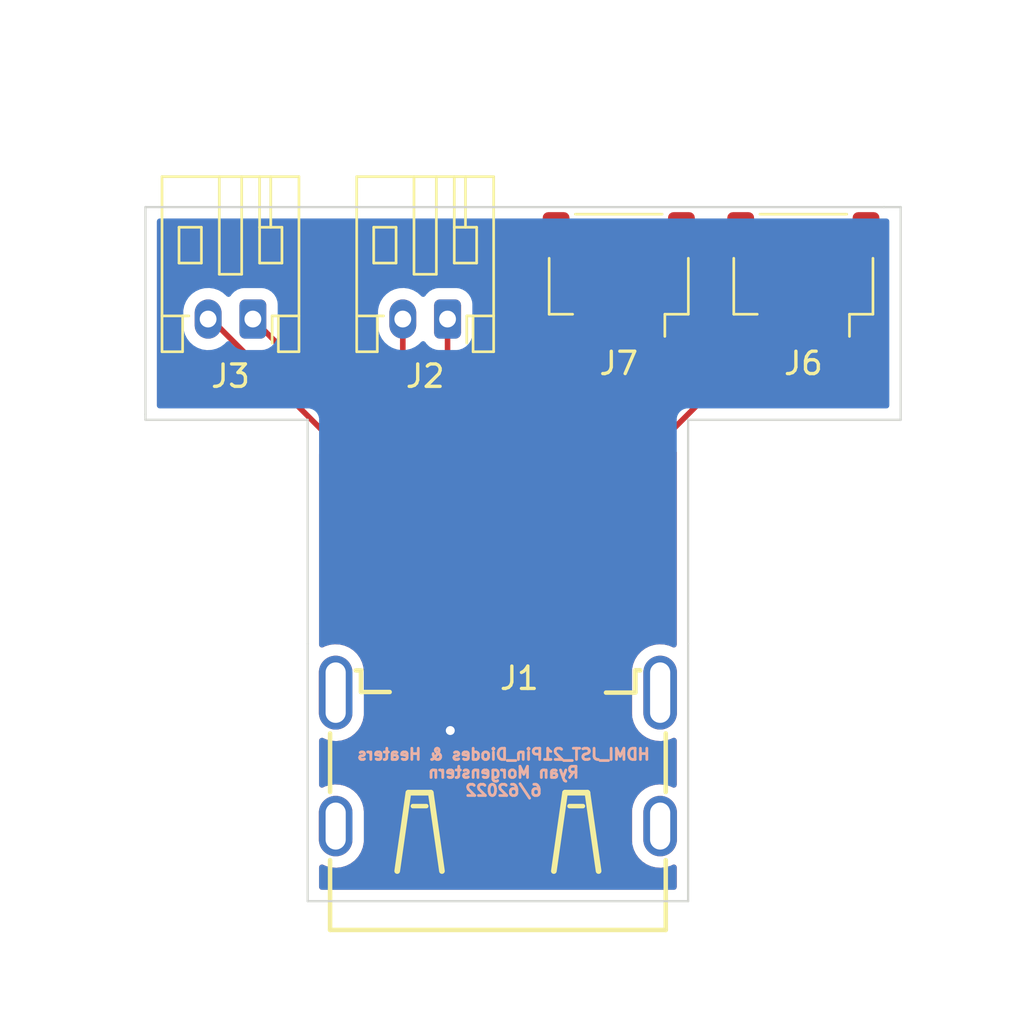
<source format=kicad_pcb>
(kicad_pcb (version 20211014) (generator pcbnew)
  (layers (0 "F.Cu" signal) (31 "B.Cu" signal) (34 "B.Paste" user) (35 "F.Paste" user) (36 "B.SilkS" user "B.Silkscreen") (37 "F.SilkS" user "F.Silkscreen") (38 "B.Mask" user) (39 "F.Mask" user) (44 "Edge.Cuts" user))
  (net 0 "")
  (net 1 "Net-(J1-Pad1)")
  (net 2 "GND")
  (net 3 "Net-(J1-Pad3)")
  (net 4 "Net-(J1-Pad4)")
  (net 5 "Net-(J1-Pad6)")
  (net 6 "Net-(J1-Pad7)")
  (net 7 "Net-(J1-Pad9)")
  (net 8 "Net-(J1-Pad10)")
  (net 9 "Net-(J1-Pad12)")
  (footprint "Connector_JST:JST_SH_SM04B-SRSS-TB_1x04-1MP_P1.00mm_Horizontal" (layer "F.Cu") (at 13.65 -21.25 180)
    (fp_text reference "J6" (at 0 -3.98) (layer "F.SilkS"))
    (fp_text value "Conn_01x04")
    (fp_line (start -3.11 0.715) (end -3.11 -1.785) (layer "F.SilkS") (width 0.12))
    (fp_line (start 3.11 0.715) (end 3.11 -1.785) (layer "F.SilkS") (width 0.12))
    (fp_line (start -2.06 -1.785) (end -2.06 -2.775) (layer "F.SilkS") (width 0.12))
    (fp_line (start 3.11 -1.785) (end 2.06 -1.785) (layer "F.SilkS") (width 0.12))
    (fp_line (start -3.11 -1.785) (end -2.06 -1.785) (layer "F.SilkS") (width 0.12))
    (fp_line (start -1.94 2.685) (end 1.94 2.685) (layer "F.SilkS") (width 0.12))
    (pad "1" smd roundrect (at -1.5 -2 180) (size 0.6 1.55) (layers "F.Cu" "F.Paste" "F.Mask"))
    (pad "2" smd roundrect (at -0.5 -2 180) (size 0.6 1.55) (layers "F.Cu" "F.Paste" "F.Mask") (net 1 "Net-(J1-Pad1)"))
    (pad "3" smd roundrect (at 0.5 -2 180) (size 0.6 1.55) (layers "F.Cu" "F.Paste" "F.Mask") (net 3 "Net-(J1-Pad3)"))
    (pad "4" smd roundrect (at 1.5 -2 180) (size 0.6 1.55) (layers "F.Cu" "F.Paste" "F.Mask"))
    (pad "MP" smd roundrect (at -2.8 1.875 180) (size 1.2 1.8) (layers "F.Cu" "F.Paste" "F.Mask") (roundrect_rratio 0.2083333333))
    (pad "MP" smd roundrect (at 2.8 1.875 180) (size 1.2 1.8) (layers "F.Cu" "F.Paste" "F.Mask") (roundrect_rratio 0.2083333333))
  )
  (footprint "Connector_JST:JST_PH_S2B-PH-K_1x02_P2.00mm_Horizontal" (layer "F.Cu") (at -10.95 -19.25 180)
    (fp_text reference "J3" (at 1 -2.55) (layer "F.SilkS"))
    (fp_text value "Conn_01x02")
    (fp_line (start 2.3 4.1) (end 2.3 2.5) (layer "F.SilkS") (width 0.12))
    (fp_line (start -1.3 4.1) (end -0.3 4.1) (layer "F.SilkS") (width 0.12))
    (fp_line (start 1.5 2) (end 1.5 6.36) (layer "F.SilkS") (width 0.12))
    (fp_line (start -0.86 0.14) (end -0.86 -1.075) (layer "F.SilkS") (width 0.12))
    (fp_line (start -1.14 0.14) (end -1.14 -1.46) (layer "F.SilkS") (width 0.12))
    (fp_line (start 3.14 -1.46) (end 3.14 0.14) (layer "F.SilkS") (width 0.12))
    (fp_line (start -0.86 0.14) (end -1.14 0.14) (layer "F.SilkS") (width 0.12))
    (fp_line (start 3.3 4.1) (end 2.3 4.1) (layer "F.SilkS") (width 0.12))
    (fp_line (start 3.3 2.5) (end 3.3 4.1) (layer "F.SilkS") (width 0.12))
    (fp_line (start -0.3 2.5) (end -1.3 2.5) (layer "F.SilkS") (width 0.12))
    (fp_line (start 4.06 -1.46) (end 3.14 -1.46) (layer "F.SilkS") (width 0.12))
    (fp_line (start -2.06 0.14) (end -1.14 0.14) (layer "F.SilkS") (width 0.12))
    (fp_line (start 4.06 6.36) (end 4.06 -1.46) (layer "F.SilkS") (width 0.12))
    (fp_line (start -1.3 2.5) (end -1.3 4.1) (layer "F.SilkS") (width 0.12))
    (fp_line (start 0.5 6.36) (end 0.5 2) (layer "F.SilkS") (width 0.12))
    (fp_line (start -0.3 4.1) (end -0.3 2.5) (layer "F.SilkS") (width 0.12))
    (fp_line (start -2.06 6.36) (end 4.06 6.36) (layer "F.SilkS") (width 0.12))
    (fp_line (start -0.3 4.1) (end -0.3 6.36) (layer "F.SilkS") (width 0.12))
    (fp_line (start 4.06 0.14) (end 3.14 0.14) (layer "F.SilkS") (width 0.12))
    (fp_line (start -1.14 -1.46) (end -2.06 -1.46) (layer "F.SilkS") (width 0.12))
    (fp_line (start 0.5 2) (end 1.5 2) (layer "F.SilkS") (width 0.12))
    (fp_line (start -2.06 -1.46) (end -2.06 6.36) (layer "F.SilkS") (width 0.12))
    (fp_line (start -0.8 4.1) (end -0.8 6.36) (layer "F.SilkS") (width 0.12))
    (fp_line (start 3.14 0.14) (end 2.86 0.14) (layer "F.SilkS") (width 0.12))
    (fp_line (start 2.3 2.5) (end 3.3 2.5) (layer "F.SilkS") (width 0.12))
    (pad "1" thru_hole roundrect (at 0 0 180) (size 1.2 1.75) (drill 0.75) (layers *.Cu *.Mask) (roundrect_rratio 0.2083333333) (net 8 "Net-(J1-Pad10)"))
    (pad "2" thru_hole oval (at 2 0 180) (size 1.2 1.75) (drill 0.75) (layers *.Cu *.Mask) (net 9 "Net-(J1-Pad12)"))
  )
  (footprint "Connector_JST:JST_PH_S2B-PH-K_1x02_P2.00mm_Horizontal" (layer "F.Cu") (at -2.25 -19.25 180)
    (fp_text reference "J2" (at 1 -2.55) (layer "F.SilkS"))
    (fp_text value "Conn_01x02")
    (fp_line (start 0.5 2) (end 1.5 2) (layer "F.SilkS") (width 0.12))
    (fp_line (start -1.3 2.5) (end -1.3 4.1) (layer "F.SilkS") (width 0.12))
    (fp_line (start 3.3 2.5) (end 3.3 4.1) (layer "F.SilkS") (width 0.12))
    (fp_line (start 3.14 -1.46) (end 3.14 0.14) (layer "F.SilkS") (width 0.12))
    (fp_line (start -0.3 4.1) (end -0.3 2.5) (layer "F.SilkS") (width 0.12))
    (fp_line (start -1.14 0.14) (end -1.14 -1.46) (layer "F.SilkS") (width 0.12))
    (fp_line (start -2.06 6.36) (end 4.06 6.36) (layer "F.SilkS") (width 0.12))
    (fp_line (start 4.06 6.36) (end 4.06 -1.46) (layer "F.SilkS") (width 0.12))
    (fp_line (start -0.86 0.14) (end -1.14 0.14) (layer "F.SilkS") (width 0.12))
    (fp_line (start -1.14 -1.46) (end -2.06 -1.46) (layer "F.SilkS") (width 0.12))
    (fp_line (start -2.06 0.14) (end -1.14 0.14) (layer "F.SilkS") (width 0.12))
    (fp_line (start 1.5 2) (end 1.5 6.36) (layer "F.SilkS") (width 0.12))
    (fp_line (start 2.3 4.1) (end 2.3 2.5) (layer "F.SilkS") (width 0.12))
    (fp_line (start -2.06 -1.46) (end -2.06 6.36) (layer "F.SilkS") (width 0.12))
    (fp_line (start -0.3 2.5) (end -1.3 2.5) (layer "F.SilkS") (width 0.12))
    (fp_line (start 4.06 0.14) (end 3.14 0.14) (layer "F.SilkS") (width 0.12))
    (fp_line (start -0.3 4.1) (end -0.3 6.36) (layer "F.SilkS") (width 0.12))
    (fp_line (start 4.06 -1.46) (end 3.14 -1.46) (layer "F.SilkS") (width 0.12))
    (fp_line (start 3.14 0.14) (end 2.86 0.14) (layer "F.SilkS") (width 0.12))
    (fp_line (start -0.8 4.1) (end -0.8 6.36) (layer "F.SilkS") (width 0.12))
    (fp_line (start 2.3 2.5) (end 3.3 2.5) (layer "F.SilkS") (width 0.12))
    (fp_line (start -1.3 4.1) (end -0.3 4.1) (layer "F.SilkS") (width 0.12))
    (fp_line (start 3.3 4.1) (end 2.3 4.1) (layer "F.SilkS") (width 0.12))
    (fp_line (start 0.5 6.36) (end 0.5 2) (layer "F.SilkS") (width 0.12))
    (fp_line (start -0.86 0.14) (end -0.86 -1.075) (layer "F.SilkS") (width 0.12))
    (pad "1" thru_hole roundrect (at 0 0 180) (size 1.2 1.75) (drill 0.75) (layers *.Cu *.Mask) (roundrect_rratio 0.2083333333) (net 6 "Net-(J1-Pad7)"))
    (pad "2" thru_hole oval (at 2 0 180) (size 1.2 1.75) (drill 0.75) (layers *.Cu *.Mask) (net 7 "Net-(J1-Pad9)"))
  )
  (footprint "Connector_JST:JST_SH_SM04B-SRSS-TB_1x04-1MP_P1.00mm_Horizontal" (layer "F.Cu") (at 5.4 -21.25 180)
    (fp_text reference "J7" (at 0 -3.98) (layer "F.SilkS"))
    (fp_text value "Conn_01x04")
    (fp_line (start 3.11 -1.785) (end 2.06 -1.785) (layer "F.SilkS") (width 0.12))
    (fp_line (start -3.11 0.715) (end -3.11 -1.785) (layer "F.SilkS") (width 0.12))
    (fp_line (start 3.11 0.715) (end 3.11 -1.785) (layer "F.SilkS") (width 0.12))
    (fp_line (start -1.94 2.685) (end 1.94 2.685) (layer "F.SilkS") (width 0.12))
    (fp_line (start -2.06 -1.785) (end -2.06 -2.775) (layer "F.SilkS") (width 0.12))
    (fp_line (start -3.11 -1.785) (end -2.06 -1.785) (layer "F.SilkS") (width 0.12))
    (pad "1" smd roundrect (at -1.5 -2 180) (size 0.6 1.55) (layers "F.Cu" "F.Paste" "F.Mask"))
    (pad "2" smd roundrect (at -0.5 -2 180) (size 0.6 1.55) (layers "F.Cu" "F.Paste" "F.Mask") (net 4 "Net-(J1-Pad4)"))
    (pad "3" smd roundrect (at 0.5 -2 180) (size 0.6 1.55) (layers "F.Cu" "F.Paste" "F.Mask") (net 5 "Net-(J1-Pad6)"))
    (pad "4" smd roundrect (at 1.5 -2 180) (size 0.6 1.55) (layers "F.Cu" "F.Paste" "F.Mask"))
    (pad "MP" smd roundrect (at -2.8 1.875 180) (size 1.2 1.8) (layers "F.Cu" "F.Paste" "F.Mask") (roundrect_rratio 0.2083333333))
    (pad "MP" smd roundrect (at 2.8 1.875 180) (size 1.2 1.8) (layers "F.Cu" "F.Paste" "F.Mask") (roundrect_rratio 0.2083333333))
  )
  (footprint "0_21Pin_FootprintLib:HDMI-SMD_HDMI-019S" (layer "F.Cu") (at 0 0)
    (fp_text reference "J1" (at 0 -3.207) (layer "F.SilkS") (effects (justify left)))
    (fp_text value "HDMI_A")
    (fp_line (start 4 1.904) (end 4.5 5.404) (layer "F.SilkS") (width 0.254))
    (fp_line (start 6.145 -2.575) (end 6.145 -3.563) (layer "F.SilkS") (width 0.2))
    (fp_line (start 6.352 -3.563) (end 6.352 -3.556) (layer "F.SilkS") (width 0.2))
    (fp_line (start -6.107 -3.545) (end -6.12 -3.545) (layer "F.SilkS") (width 0.2))
    (fp_line (start 7.5 1.876) (end 7.5 -0.743) (layer "F.SilkS") (width 0.2))
    (fp_line (start -6.35 -3.557) (end -6.107 -3.557) (layer "F.SilkS") (width 0.2))
    (fp_line (start 4.83 -2.565) (end 6.08 -2.565) (layer "F.SilkS") (width 0.2))
    (fp_line (start -3.2 2.504) (end -3.8 2.504) (layer "F.SilkS") (width 0.2))
    (fp_line (start 6.08 -2.565) (end 6.08 -2.575) (layer "F.SilkS") (width 0.2))
    (fp_line (start -7.5 1.875) (end -7.5 -0.743) (layer "F.SilkS") (width 0.2))
    (fp_line (start -6.107 -3.557) (end -6.107 -3.545) (layer "F.SilkS") (width 0.2))
    (fp_line (start -6.12 -2.592) (end -4.837 -2.592) (layer "F.SilkS") (width 0.2))
    (fp_line (start 7.5 8.036) (end 7.5 4.917) (layer "F.SilkS") (width 0.2))
    (fp_line (start 6.145 -3.563) (end 6.352 -3.563) (layer "F.SilkS") (width 0.2))
    (fp_line (start 3.2 2.504) (end 3.8 2.504) (layer "F.SilkS") (width 0.2))
    (fp_line (start -3 1.904) (end -4 1.904) (layer "F.SilkS") (width 0.254))
    (fp_line (start -6.12 -3.545) (end -6.12 -2.592) (layer "F.SilkS") (width 0.2))
    (fp_line (start 2.5 5.404) (end 3 1.904) (layer "F.SilkS") (width 0.254))
    (fp_line (start -7.5 8.036) (end -7.5 4.917) (layer "F.SilkS") (width 0.2))
    (fp_line (start 6.08 -2.575) (end 6.145 -2.575) (layer "F.SilkS") (width 0.2))
    (fp_line (start -2.5 5.404) (end -3 1.904) (layer "F.SilkS") (width 0.254))
    (fp_line (start -7.5 8.036) (end 7.5 8.036) (layer "F.SilkS") (width 0.2))
    (fp_line (start 3 1.904) (end 4 1.904) (layer "F.SilkS") (width 0.254))
    (fp_line (start -4 1.904) (end -4.5 5.404) (layer "F.SilkS") (width 0.254))
    (pad "1" smd oval (at 4.501 -3.396) (size 0.25 2.4) (layers "F.Cu" "F.Paste" "F.Mask") (net 1 "Net-(J1-Pad1)"))
    (pad "2" smd oval (at 4.001 -3.396) (size 0.25 2.4) (layers "F.Cu" "F.Paste" "F.Mask") (net 2 "GND"))
    (pad "3" smd oval (at 3.501 -3.396) (size 0.25 2.4) (layers "F.Cu" "F.Paste" "F.Mask") (net 3 "Net-(J1-Pad3)"))
    (pad "4" smd oval (at 3.001 -3.396) (size 0.25 2.4) (layers "F.Cu" "F.Paste" "F.Mask") (net 4 "Net-(J1-Pad4)"))
    (pad "5" smd oval (at 2.5 -3.396) (size 0.25 2.4) (layers "F.Cu" "F.Paste" "F.Mask") (net 2 "GND"))
    (pad "6" smd oval (at 2 -3.396) (size 0.25 2.4) (layers "F.Cu" "F.Paste" "F.Mask") (net 5 "Net-(J1-Pad6)"))
    (pad "7" smd oval (at 1.5 -3.396) (size 0.25 2.4) (layers "F.Cu" "F.Paste" "F.Mask") (net 6 "Net-(J1-Pad7)"))
    (pad "8" smd oval (at 1 -3.396) (size 0.25 2.4) (layers "F.Cu" "F.Paste" "F.Mask") (net 2 "GND"))
    (pad "9" smd oval (at 0.5 -3.396) (size 0.25 2.4) (layers "F.Cu" "F.Paste" "F.Mask") (net 7 "Net-(J1-Pad9)"))
    (pad "10" smd oval (at 0 -3.396) (size 0.25 2.4) (layers "F.Cu" "F.Paste" "F.Mask") (net 8 "Net-(J1-Pad10)"))
    (pad "11" smd oval (at -0.5 -3.396) (size 0.25 2.4) (layers "F.Cu" "F.Paste" "F.Mask") (net 2 "GND"))
    (pad "12" smd oval (at -1 -3.396) (size 0.25 2.4) (layers "F.Cu" "F.Paste" "F.Mask") (net 9 "Net-(J1-Pad12)"))
    (pad "13" smd oval (at -1.5 -3.396) (size 0.25 2.4) (layers "F.Cu" "F.Paste" "F.Mask"))
    (pad "14" smd oval (at -2 -3.396) (size 0.25 2.4) (layers "F.Cu" "F.Paste" "F.Mask"))
    (pad "15" smd oval (at -2.5 -3.396) (size 0.25 2.4) (layers "F.Cu" "F.Paste" "F.Mask"))
    (pad "16" smd oval (at -3.001 -3.396) (size 0.25 2.4) (layers "F.Cu" "F.Paste" "F.Mask"))
    (pad "17" smd oval (at -3.501 -3.396) (size 0.25 2.4) (layers "F.Cu" "F.Paste" "F.Mask") (net 2 "GND"))
    (pad "18" smd oval (at -4.001 -3.396) (size 0.25 2.4) (layers "F.Cu" "F.Paste" "F.Mask"))
    (pad "19" smd oval (at -4.501 -3.396) (size 0.25 2.4) (layers "F.Cu" "F.Paste" "F.Mask"))
    (pad "20" thru_hole oval (at 7.25 3.396) (size 1.5 2.7) (drill oval 0.9 2.1) (layers *.Cu *.Mask))
    (pad "21" thru_hole oval (at -7.25 3.396) (size 1.5 2.7) (drill oval 0.9 2.1) (layers *.Cu *.Mask))
    (pad "22" thru_hole oval (at 7.25 -2.564) (size 1.5 3.3) (drill oval 0.9 2.7) (layers *.Cu *.Mask))
    (pad "23" thru_hole oval (at -7.25 -2.564) (size 1.5 3.3) (drill oval 0.9 2.7) (layers *.Cu *.Mask))
  )
  (gr_line (start -15.75 -24.25) (end 17.25 -24.25) (layer "Edge.Cuts") (width 0.1))
  (gr_line (start -8.5 -4.75) (end -8.5 6.75) (layer "Edge.Cuts") (width 0.1))
  (gr_line (start -8.5 -14.75) (end -15.75 -14.75) (layer "Edge.Cuts") (width 0.1))
  (gr_line (start 18 -14.75) (end 8.5 -14.75) (layer "Edge.Cuts") (width 0.1))
  (gr_line (start 18 -24.25) (end 18 -14.75) (layer "Edge.Cuts") (width 0.1))
  (gr_line (start 8.5 -4.75) (end 8.5 6.75) (layer "Edge.Cuts") (width 0.1))
  (gr_line (start 17.25 -24.25) (end 18 -24.25) (layer "Edge.Cuts") (width 0.1))
  (gr_line (start 8.5 -4.75) (end 8.5 -14.75) (layer "Edge.Cuts") (width 0.1))
  (gr_line (start -8.5 -4.75) (end -8.5 -14.75) (layer "Edge.Cuts") (width 0.1))
  (gr_line (start -15.75 -24.25) (end -15.75 -15) (layer "Edge.Cuts") (width 0.1))
  (gr_line (start -15.75 -14.75) (end -15.75 -15) (layer "Edge.Cuts") (width 0.1))
  (gr_line (start 8.5 6.75) (end -8.5 6.75) (layer "Edge.Cuts") (width 0.1))
  (gr_text "HDMI_JST_21Pin_Diodes & Heaters\nRyan Morgenstern\n6/62022" (at 0.25 1) (layer "B.SilkS") (effects (font (size 0.5 0.5) (thickness 0.125)) (justify mirror)))
  (segment (start 4.501 -11.001) (end 11.05048 -17.55048) (width 0.25) (layer "F.Cu") (net 1))
  (segment (start 4.501 -3.396) (end 4.501 -11.001) (width 0.25) (layer "F.Cu") (net 1))
  (segment (start 13.32596 -17.55048) (end 14.15 -18.37452) (width 0.25) (layer "F.Cu") (net 1))
  (segment (start 11.05048 -17.55048) (end 13.32596 -17.55048) (width 0.25) (layer "F.Cu") (net 1))
  (segment (start 14.15 -18.37452) (end 14.15 -19.25) (width 0.25) (layer "F.Cu") (net 1))
  (segment (start 1 -1.946) (end 0.92548 -1.87148) (width 0.25) (layer "F.Cu") (net 2))
  (segment (start 4.001 -3.396) (end 4.001 -1.946) (width 0.25) (layer "F.Cu") (net 2))
  (segment (start -2.12852 -1.87148) (end -2.12852 -0.87148) (width 0.25) (layer "F.Cu") (net 2))
  (segment (start 2.5 -2.186283) (end 2.5 -3.396) (width 0.25) (layer "F.Cu") (net 2))
  (segment (start -0.37148 -1.87148) (end -0.5 -2) (width 0.25) (layer "F.Cu") (net 2))
  (segment (start -0.5 -1.946) (end -0.57452 -1.87148) (width 0.25) (layer "F.Cu") (net 2))
  (segment (start -0.5 -2) (end -0.5 -3.396) (width 0.25) (layer "F.Cu") (net 2))
  (segment (start 1 -3.396) (end 1 -1.946) (width 0.25) (layer "F.Cu") (net 2))
  (segment (start -0.57452 -1.87148) (end -2.12852 -1.87148) (width 0.25) (layer "F.Cu") (net 2))
  (segment (start 2.5 -1.946) (end 2.42548 -1.87148) (width 0.25) (layer "F.Cu") (net 2))
  (segment (start 1.313803 -1.87148) (end 1 -2.185283) (width 0.25) (layer "F.Cu") (net 2))
  (segment (start 2.814803 -1.87148) (end 2.5 -2.186283) (width 0.25) (layer "F.Cu") (net 2))
  (segment (start -2.12852 -1.87148) (end -3.187197 -1.87148) (width 0.25) (layer "F.Cu") (net 2))
  (segment (start 4.001 -1.946) (end 3.92648 -1.87148) (width 0.25) (layer "F.Cu") (net 2))
  (segment (start 2.42548 -1.87148) (end 1.313803 -1.87148) (width 0.25) (layer "F.Cu") (net 2))
  (segment (start -0.5 -3.396) (end -0.5 -1.946) (width 0.25) (layer "F.Cu") (net 2))
  (segment (start 0.92548 -1.87148) (end -0.37148 -1.87148) (width 0.25) (layer "F.Cu") (net 2))
  (segment (start 1 -2.185283) (end 1 -3.396) (width 0.25) (layer "F.Cu") (net 2))
  (segment (start -3.501 -2.185283) (end -3.501 -3.396) (width 0.25) (layer "F.Cu") (net 2))
  (segment (start 2.5 -3.396) (end 2.5 -1.946) (width 0.25) (layer "F.Cu") (net 2))
  (segment (start -3.187197 -1.87148) (end -3.501 -2.185283) (width 0.25) (layer "F.Cu") (net 2))
  (segment (start 3.92648 -1.87148) (end 2.814803 -1.87148) (width 0.25) (layer "F.Cu") (net 2))
  (via (at -2.12852 -0.87148) (size 0.8) (drill 0.4) (layers "F.Cu" "B.Cu") (net 2))
  (segment (start 13 -18) (end 13 -19.1) (width 0.25) (layer "F.Cu") (net 3))
  (segment (start 13 -19.1) (end 13.15 -19.25) (width 0.25) (layer "F.Cu") (net 3))
  (segment (start 3.501 -3.396) (end 3.501 -15.76921) (width 0.25) (layer "F.Cu") (net 3))
  (segment (start 5.73179 -18) (end 13 -18) (width 0.25) (layer "F.Cu") (net 3))
  (segment (start 3.501 -15.76921) (end 5.73179 -18) (width 0.25) (layer "F.Cu") (net 3))
  (segment (start 5.9 -18.803928) (end 5.9 -19.25) (width 0.25) (layer "F.Cu") (net 4))
  (segment (start 3.001 -3.396) (end 3.001 -15.904928) (width 0.25) (layer "F.Cu") (net 4))
  (segment (start 3.001 -15.904928) (end 5.9 -18.803928) (width 0.25) (layer "F.Cu") (net 4))
  (segment (start 4.9 -18.803928) (end 4.9 -19.25) (width 0.25) (layer "F.Cu") (net 5))
  (segment (start 2 -15.903928) (end 4.9 -18.803928) (width 0.25) (layer "F.Cu") (net 5))
  (segment (start 2 -3.396) (end 2 -15.903928) (width 0.25) (layer "F.Cu") (net 5))
  (segment (start 1.5 -3.396) (end 1.5 -8.385717) (width 0.25) (layer "F.Cu") (net 6))
  (segment (start -2.25 -12.135717) (end -2.25 -19.25) (width 0.25) (layer "F.Cu") (net 6))
  (segment (start 1.5 -8.385717) (end -2.25 -12.135717) (width 0.25) (layer "F.Cu") (net 6))
  (segment (start -4.25 -13.185718) (end -4.25 -19.25) (width 0.25) (layer "F.Cu") (net 7))
  (segment (start 0.185718 -8.75) (end -4.25 -13.185718) (width 0.25) (layer "F.Cu") (net 7))
  (segment (start 0.5 -3.396) (end 0.5 -8.75) (width 0.25) (layer "F.Cu") (net 7))
  (segment (start 0.5 -8.75) (end 0.185718 -8.75) (width 0.25) (layer "F.Cu") (net 7))
  (segment (start 0 -8.3) (end -10.95 -19.25) (width 0.25) (layer "F.Cu") (net 8))
  (segment (start 0 -3.396) (end 0 -8.3) (width 0.25) (layer "F.Cu") (net 8))
  (segment (start -1 -7.426804) (end -1 -3.396) (width 0.25) (layer "F.Cu") (net 9))
  (segment (start -12.823196 -19.25) (end -1 -7.426804) (width 0.25) (layer "F.Cu") (net 9))
  (segment (start -12.95 -19.25) (end -12.823196 -19.25) (width 0.25) (layer "F.Cu") (net 9))
  (zone (net 2) (net_name "GND") (layer "F.Cu") (connect_pads (clearance 0.508)) (min_thickness 0.254) (fill yes (thermal_gap 0.508) (thermal_bridge_width 0.508))
    (polygon (pts (xy 23 -32.75) (xy 18.25 12.25) (xy -20.25 9.75) (xy -22.25 -33.5)))
  )
  (zone (net 2) (net_name "GND") (layer "B.Cu") (connect_pads (clearance 0.508)) (min_thickness 0.254) (fill yes (thermal_gap 0.508) (thermal_bridge_width 0.508))
    (polygon (pts (xy 23.25 -31.5) (xy 17.5 11) (xy -19 10.25) (xy -20 -32.25)))
  )
)
</source>
